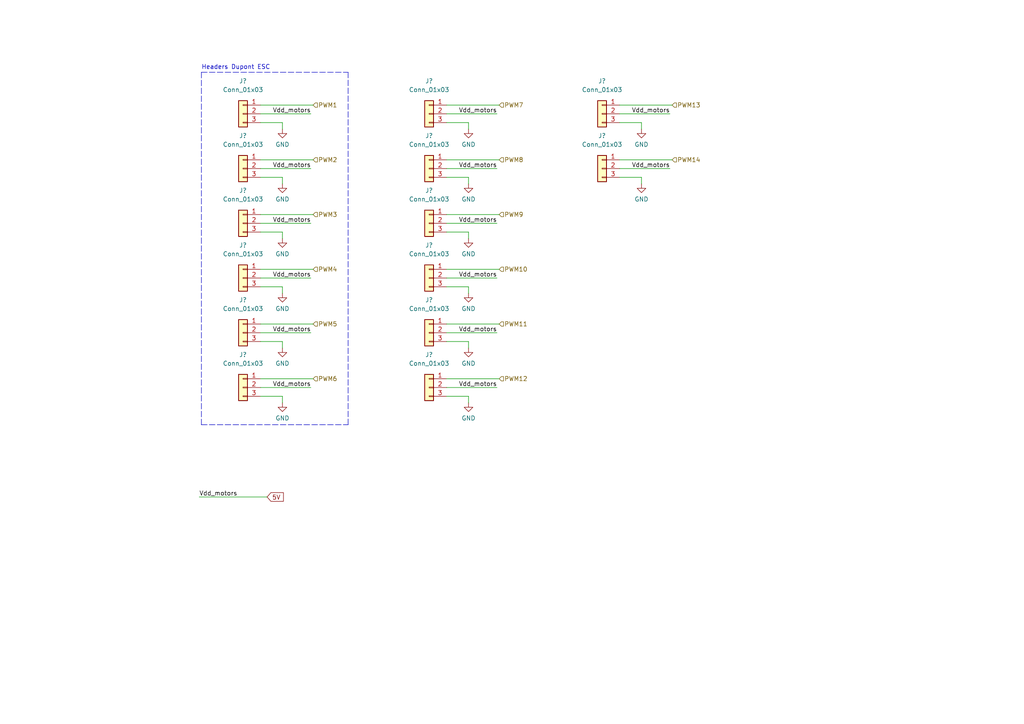
<source format=kicad_sch>
(kicad_sch (version 20211123) (generator eeschema)
  (paper "A4")
  (lib_symbols
    (symbol "Connector_Generic:Conn_01x03" (pin_names (offset 1.016) hide)
      (property "Reference" "J" (at 0 5.08 0))
      (property "Value" "Conn_01x03" (at 0 -5.08 0))
      (symbol "Conn_01x03_1_1"
        (rectangle (start -1.27 -2.413) (end 0 -2.667) (stroke (width 0.1524)))
        (rectangle (start -1.27 0.127) (end 0 -0.127) (stroke (width 0.1524)))
        (rectangle (start -1.27 2.667) (end 0 2.413) (stroke (width 0.1524)))
        (rectangle (start -1.27 3.81) (end 1.27 -3.81) (stroke (width 0.254)) (fill (type background)))
        (pin passive line (at -5.08 2.54 0) (length 3.81) (name "Pin_1") (number "1"))
        (pin passive line (at -5.08 0 0) (length 3.81) (name "Pin_2") (number "2"))
        (pin passive line (at -5.08 -2.54 0) (length 3.81) (name "Pin_3") (number "3"))
      )
    )
    (symbol "power:GND" (power) (pin_names (offset 0))
      (property "Value" "GND" (at 0 -3.81 0))
      (symbol "GND_0_1"
        (polyline (pts (xy 0 0) (xy 0 -1.27) (xy 1.27 -1.27) (xy 0 -2.54) (xy -1.27 -1.27) (xy 0 -1.27)))
      )
      (symbol "GND_1_1"
        (pin power_in line (at 0 0 270) (length 0) hide (name "GND") (number "1"))
      )
    )
  )
  (wire (pts (xy 135.89 85.09) (xy 135.89 83.185)))
  (wire (pts (xy 75.565 96.52) (xy 90.17 96.52)))
  (wire (pts (xy 179.705 46.355) (xy 194.945 46.355)))
  (wire (pts (xy 129.54 46.355) (xy 144.78 46.355)))
  (wire (pts (xy 179.705 30.48) (xy 194.945 30.48)))
  (wire (pts (xy 129.54 109.855) (xy 144.78 109.855)))
  (wire (pts (xy 129.54 96.52) (xy 144.145 96.52)))
  (wire (pts (xy 135.89 37.465) (xy 135.89 35.56)))
  (wire (pts (xy 75.565 48.895) (xy 90.17 48.895)))
  (wire (pts (xy 135.89 35.56) (xy 129.54 35.56)))
  (wire (pts (xy 81.915 99.06) (xy 75.565 99.06)))
  (wire (pts (xy 186.055 35.56) (xy 179.705 35.56)))
  (wire (pts (xy 75.565 78.105) (xy 90.805 78.105)))
  (wire (pts (xy 129.54 64.77) (xy 144.145 64.77)))
  (wire (pts (xy 75.565 30.48) (xy 90.805 30.48)))
  (polyline (pts (xy 58.42 123.19) (xy 100.965 123.19)))
  (wire (pts (xy 81.915 85.09) (xy 81.915 83.185)))
  (wire (pts (xy 75.565 93.98) (xy 90.805 93.98)))
  (wire (pts (xy 129.54 62.23) (xy 144.78 62.23)))
  (wire (pts (xy 81.915 100.965) (xy 81.915 99.06)))
  (polyline (pts (xy 58.42 20.955) (xy 58.42 123.19)))
  (wire (pts (xy 129.54 93.98) (xy 144.78 93.98)))
  (wire (pts (xy 81.915 37.465) (xy 81.915 35.56)))
  (wire (pts (xy 81.915 35.56) (xy 75.565 35.56)))
  (wire (pts (xy 135.89 53.34) (xy 135.89 51.435)))
  (wire (pts (xy 129.54 78.105) (xy 144.78 78.105)))
  (wire (pts (xy 135.89 67.31) (xy 129.54 67.31)))
  (wire (pts (xy 129.54 33.02) (xy 144.145 33.02)))
  (wire (pts (xy 129.54 112.395) (xy 144.145 112.395)))
  (wire (pts (xy 81.915 67.31) (xy 75.565 67.31)))
  (wire (pts (xy 129.54 48.895) (xy 144.145 48.895)))
  (wire (pts (xy 75.565 64.77) (xy 90.17 64.77)))
  (wire (pts (xy 81.915 51.435) (xy 75.565 51.435)))
  (wire (pts (xy 129.54 30.48) (xy 144.78 30.48)))
  (wire (pts (xy 81.915 53.34) (xy 81.915 51.435)))
  (wire (pts (xy 75.565 109.855) (xy 90.805 109.855)))
  (polyline (pts (xy 100.965 123.19) (xy 100.965 20.955)))
  (wire (pts (xy 186.055 51.435) (xy 179.705 51.435)))
  (wire (pts (xy 135.89 100.965) (xy 135.89 99.06)))
  (wire (pts (xy 179.705 33.02) (xy 194.31 33.02)))
  (wire (pts (xy 135.89 114.935) (xy 129.54 114.935)))
  (wire (pts (xy 81.915 116.84) (xy 81.915 114.935)))
  (wire (pts (xy 135.89 116.84) (xy 135.89 114.935)))
  (polyline (pts (xy 58.42 20.955) (xy 100.965 20.955)))
  (wire (pts (xy 57.785 144.145) (xy 77.47 144.145)))
  (wire (pts (xy 75.565 62.23) (xy 90.805 62.23)))
  (wire (pts (xy 135.89 69.215) (xy 135.89 67.31)))
  (wire (pts (xy 81.915 114.935) (xy 75.565 114.935)))
  (wire (pts (xy 135.89 99.06) (xy 129.54 99.06)))
  (wire (pts (xy 135.89 51.435) (xy 129.54 51.435)))
  (wire (pts (xy 135.89 83.185) (xy 129.54 83.185)))
  (wire (pts (xy 81.915 69.215) (xy 81.915 67.31)))
  (wire (pts (xy 186.055 53.34) (xy 186.055 51.435)))
  (wire (pts (xy 75.565 33.02) (xy 90.17 33.02)))
  (wire (pts (xy 75.565 112.395) (xy 90.17 112.395)))
  (wire (pts (xy 75.565 46.355) (xy 90.805 46.355)))
  (wire (pts (xy 75.565 80.645) (xy 90.17 80.645)))
  (wire (pts (xy 81.915 83.185) (xy 75.565 83.185)))
  (wire (pts (xy 186.055 37.465) (xy 186.055 35.56)))
  (wire (pts (xy 129.54 80.645) (xy 144.145 80.645)))
  (wire (pts (xy 179.705 48.895) (xy 194.31 48.895)))
  (text "Headers Dupont ESC" (at 58.42 20.32 0) (effects (font (size 1.27 1.27)) (justify left bottom)))
  (label "Vdd_motors" (at 144.145 33.02 180))
  (label "Vdd_motors" (at 90.17 112.395 180))
  (label "Vdd_motors" (at 144.145 80.645 180))
  (label "Vdd_motors" (at 194.31 48.895 180))
  (label "Vdd_motors" (at 90.17 48.895 180))
  (label "Vdd_motors" (at 144.145 96.52 180))
  (label "Vdd_motors" (at 90.17 64.77 180))
  (label "Vdd_motors" (at 144.145 112.395 180))
  (label "Vdd_motors" (at 90.17 33.02 180))
  (label "Vdd_motors" (at 90.17 80.645 180))
  (label "Vdd_motors" (at 144.145 64.77 180))
  (label "Vdd_motors" (at 57.785 144.145 0))
  (label "Vdd_motors" (at 144.145 48.895 180))
  (label "Vdd_motors" (at 90.17 96.52 180))
  (label "Vdd_motors" (at 194.31 33.02 180))
  (global_label "5V" (shape input) (at 77.47 144.145 0) (property "Intersheet References" "${INTERSHEET_REFS}" (effects hide)))
  (hierarchical_label "PWM5" (shape input) (at 90.805 93.98 0))
  (hierarchical_label "PWM10" (shape input) (at 144.78 78.105 0))
  (hierarchical_label "PWM9" (shape input) (at 144.78 62.23 0))
  (hierarchical_label "PWM7" (shape input) (at 144.78 30.48 0))
  (hierarchical_label "PWM1" (shape input) (at 90.805 30.48 0))
  (hierarchical_label "PWM4" (shape input) (at 90.805 78.105 0))
  (hierarchical_label "PWM8" (shape input) (at 144.78 46.355 0))
  (hierarchical_label "PWM6" (shape input) (at 90.805 109.855 0))
  (hierarchical_label "PWM12" (shape input) (at 144.78 109.855 0))
  (hierarchical_label "PWM14" (shape input) (at 194.945 46.355 0))
  (hierarchical_label "PWM2" (shape input) (at 90.805 46.355 0))
  (hierarchical_label "PWM3" (shape input) (at 90.805 62.23 0))
  (hierarchical_label "PWM13" (shape input) (at 194.945 30.48 0))
  (hierarchical_label "PWM11" (shape input) (at 144.78 93.98 0))
  (symbol (lib_id "Connector_Generic:Conn_01x03") (at 174.625 33.02 0) (mirror y) (unit 1)
    (property "Reference" "J?" (at 174.625 23.495 0))
    (property "Value" "Conn_01x03" (at 174.625 26.035 0))
  )
  (symbol (lib_id "Connector_Generic:Conn_01x03") (at 124.46 96.52 0) (mirror y) (unit 1)
    (property "Reference" "J?" (at 124.46 86.995 0))
    (property "Value" "Conn_01x03" (at 124.46 89.535 0))
  )
  (symbol (lib_id "Connector_Generic:Conn_01x03") (at 70.485 96.52 0) (mirror y) (unit 1)
    (property "Reference" "J?" (at 70.485 86.995 0))
    (property "Value" "Conn_01x03" (at 70.485 89.535 0))
  )
  (symbol (lib_id "power:GND") (at 135.89 85.09 0) (unit 1)
    (property "Reference" "#PWR?" (effects hide))
    (property "Value" "GND" (at 135.89 89.535 0))
  )
  (symbol (lib_id "power:GND") (at 135.89 37.465 0) (unit 1)
    (property "Reference" "#PWR?" (effects hide))
    (property "Value" "GND" (at 135.89 41.91 0))
  )
  (symbol (lib_id "Connector_Generic:Conn_01x03") (at 70.485 33.02 0) (mirror y) (unit 1)
    (property "Reference" "J?" (at 70.485 23.495 0))
    (property "Value" "Conn_01x03" (at 70.485 26.035 0))
  )
  (symbol (lib_id "power:GND") (at 81.915 53.34 0) (unit 1)
    (property "Reference" "#PWR?" (effects hide))
    (property "Value" "GND" (at 81.915 57.785 0))
  )
  (symbol (lib_id "power:GND") (at 81.915 116.84 0) (unit 1)
    (property "Reference" "#PWR?" (effects hide))
    (property "Value" "GND" (at 81.915 121.285 0))
  )
  (symbol (lib_id "Connector_Generic:Conn_01x03") (at 70.485 48.895 0) (mirror y) (unit 1)
    (property "Reference" "J?" (at 70.485 39.37 0))
    (property "Value" "Conn_01x03" (at 70.485 41.91 0))
  )
  (symbol (lib_id "Connector_Generic:Conn_01x03") (at 124.46 112.395 0) (mirror y) (unit 1)
    (property "Reference" "J?" (at 124.46 102.87 0))
    (property "Value" "Conn_01x03" (at 124.46 105.41 0))
  )
  (symbol (lib_id "Connector_Generic:Conn_01x03") (at 70.485 64.77 0) (mirror y) (unit 1)
    (property "Reference" "J?" (at 70.485 55.245 0))
    (property "Value" "Conn_01x03" (at 70.485 57.785 0))
  )
  (symbol (lib_id "power:GND") (at 81.915 85.09 0) (unit 1)
    (property "Reference" "#PWR?" (effects hide))
    (property "Value" "GND" (at 81.915 89.535 0))
  )
  (symbol (lib_id "Connector_Generic:Conn_01x03") (at 124.46 64.77 0) (mirror y) (unit 1)
    (property "Reference" "J?" (at 124.46 55.245 0))
    (property "Value" "Conn_01x03" (at 124.46 57.785 0))
  )
  (symbol (lib_id "power:GND") (at 135.89 69.215 0) (unit 1)
    (property "Reference" "#PWR?" (effects hide))
    (property "Value" "GND" (at 135.89 73.66 0))
  )
  (symbol (lib_id "power:GND") (at 135.89 116.84 0) (unit 1)
    (property "Reference" "#PWR?" (effects hide))
    (property "Value" "GND" (at 135.89 121.285 0))
  )
  (symbol (lib_id "Connector_Generic:Conn_01x03") (at 70.485 80.645 0) (mirror y) (unit 1)
    (property "Reference" "J?" (at 70.485 71.12 0))
    (property "Value" "Conn_01x03" (at 70.485 73.66 0))
  )
  (symbol (lib_id "power:GND") (at 81.915 69.215 0) (unit 1)
    (property "Reference" "#PWR?" (effects hide))
    (property "Value" "GND" (at 81.915 73.66 0))
  )
  (symbol (lib_id "power:GND") (at 135.89 100.965 0) (unit 1)
    (property "Reference" "#PWR?" (effects hide))
    (property "Value" "GND" (at 135.89 105.41 0))
  )
  (symbol (lib_id "Connector_Generic:Conn_01x03") (at 124.46 48.895 0) (mirror y) (unit 1)
    (property "Reference" "J?" (at 124.46 39.37 0))
    (property "Value" "Conn_01x03" (at 124.46 41.91 0))
  )
  (symbol (lib_id "Connector_Generic:Conn_01x03") (at 124.46 33.02 0) (mirror y) (unit 1)
    (property "Reference" "J?" (at 124.46 23.495 0))
    (property "Value" "Conn_01x03" (at 124.46 26.035 0))
  )
  (symbol (lib_id "power:GND") (at 135.89 53.34 0) (unit 1)
    (property "Reference" "#PWR?" (effects hide))
    (property "Value" "GND" (at 135.89 57.785 0))
  )
  (symbol (lib_id "power:GND") (at 186.055 37.465 0) (unit 1)
    (property "Reference" "#PWR?" (effects hide))
    (property "Value" "GND" (at 186.055 41.91 0))
  )
  (symbol (lib_id "Connector_Generic:Conn_01x03") (at 174.625 48.895 0) (mirror y) (unit 1)
    (property "Reference" "J?" (at 174.625 39.37 0))
    (property "Value" "Conn_01x03" (at 174.625 41.91 0))
  )
  (symbol (lib_id "power:GND") (at 81.915 100.965 0) (unit 1)
    (property "Reference" "#PWR?" (effects hide))
    (property "Value" "GND" (at 81.915 105.41 0))
  )
  (symbol (lib_id "Connector_Generic:Conn_01x03") (at 70.485 112.395 0) (mirror y) (unit 1)
    (property "Reference" "J?" (at 70.485 102.87 0))
    (property "Value" "Conn_01x03" (at 70.485 105.41 0))
  )
  (symbol (lib_id "Connector_Generic:Conn_01x03") (at 124.46 80.645 0) (mirror y) (unit 1)
    (property "Reference" "J?" (at 124.46 71.12 0))
    (property "Value" "Conn_01x03" (at 124.46 73.66 0))
  )
  (symbol (lib_id "power:GND") (at 186.055 53.34 0) (unit 1)
    (property "Reference" "#PWR?" (effects hide))
    (property "Value" "GND" (at 186.055 57.785 0))
  )
  (symbol (lib_id "power:GND") (at 81.915 37.465 0) (unit 1)
    (property "Reference" "#PWR?" (effects hide))
    (property "Value" "GND" (at 81.915 41.91 0))
  )
)
</source>
